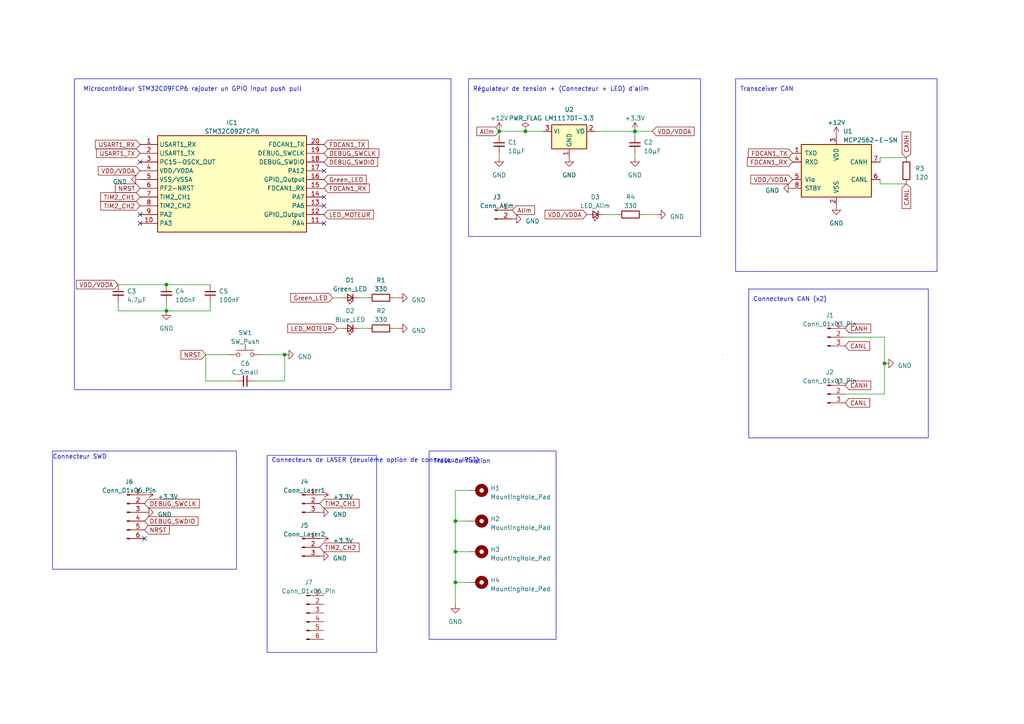
<source format=kicad_sch>
(kicad_sch (version 20230121) (generator eeschema)
  (paper "A4")
  (title_block (title "PROJET_CONCEPTION_ODOMETRE") (date "2026-02-10") (rev "1.0") (company "ENSEA"))
  (lib_symbols
    (symbol "Connector:Conn_01x02_Pin" (pin_names (offset 1.016) hide)
      (property "Reference" "J" (at 0 2.54 0))
      (property "Value" "Conn_01x02_Pin" (at 0 -5.08 0))
      (symbol "Conn_01x02_Pin_1_1"
        (polyline (pts (xy 1.27 -2.54) (xy 0.8636 -2.54)) (stroke (width 0.1524)))
        (polyline (pts (xy 1.27 0) (xy 0.8636 0)) (stroke (width 0.1524)))
        (rectangle (start 0.8636 -2.413) (end 0 -2.667) (stroke (width 0.1524)) (fill (type outline)))
        (rectangle (start 0.8636 0.127) (end 0 -0.127) (stroke (width 0.1524)) (fill (type outline)))
        (pin passive line (at 5.08 0 180) (length 3.81) (name "Pin_1") (number "1"))
        (pin passive line (at 5.08 -2.54 180) (length 3.81) (name "Pin_2") (number "2"))
      )
    )
    (symbol "Connector:Conn_01x03_Pin" (pin_names (offset 1.016) hide)
      (property "Reference" "J" (at 0 5.08 0))
      (property "Value" "Conn_01x03_Pin" (at 0 -5.08 0))
      (symbol "Conn_01x03_Pin_1_1"
        (polyline (pts (xy 1.27 -2.54) (xy 0.8636 -2.54)) (stroke (width 0.1524)))
        (polyline (pts (xy 1.27 0) (xy 0.8636 0)) (stroke (width 0.1524)))
        (polyline (pts (xy 1.27 2.54) (xy 0.8636 2.54)) (stroke (width 0.1524)))
        (rectangle (start 0.8636 -2.413) (end 0 -2.667) (stroke (width 0.1524)) (fill (type outline)))
        (rectangle (start 0.8636 0.127) (end 0 -0.127) (stroke (width 0.1524)) (fill (type outline)))
        (rectangle (start 0.8636 2.667) (end 0 2.413) (stroke (width 0.1524)) (fill (type outline)))
        (pin passive line (at 5.08 2.54 180) (length 3.81) (name "Pin_1") (number "1"))
        (pin passive line (at 5.08 0 180) (length 3.81) (name "Pin_2") (number "2"))
        (pin passive line (at 5.08 -2.54 180) (length 3.81) (name "Pin_3") (number "3"))
      )
    )
    (symbol "Connector:Conn_01x06_Pin" (pin_names (offset 1.016) hide)
      (property "Reference" "J" (at 0 7.62 0))
      (property "Value" "Conn_01x06_Pin" (at 0 -10.16 0))
      (symbol "Conn_01x06_Pin_1_1"
        (polyline (pts (xy 1.27 -7.62) (xy 0.8636 -7.62)) (stroke (width 0.1524)))
        (polyline (pts (xy 1.27 -5.08) (xy 0.8636 -5.08)) (stroke (width 0.1524)))
        (polyline (pts (xy 1.27 -2.54) (xy 0.8636 -2.54)) (stroke (width 0.1524)))
        (polyline (pts (xy 1.27 0) (xy 0.8636 0)) (stroke (width 0.1524)))
        (polyline (pts (xy 1.27 2.54) (xy 0.8636 2.54)) (stroke (width 0.1524)))
        (polyline (pts (xy 1.27 5.08) (xy 0.8636 5.08)) (stroke (width 0.1524)))
        (rectangle (start 0.8636 -7.493) (end 0 -7.747) (stroke (width 0.1524)) (fill (type outline)))
        (rectangle (start 0.8636 -4.953) (end 0 -5.207) (stroke (width 0.1524)) (fill (type outline)))
        (rectangle (start 0.8636 -2.413) (end 0 -2.667) (stroke (width 0.1524)) (fill (type outline)))
        (rectangle (start 0.8636 0.127) (end 0 -0.127) (stroke (width 0.1524)) (fill (type outline)))
        (rectangle (start 0.8636 2.667) (end 0 2.413) (stroke (width 0.1524)) (fill (type outline)))
        (rectangle (start 0.8636 5.207) (end 0 4.953) (stroke (width 0.1524)) (fill (type outline)))
        (pin passive line (at 5.08 5.08 180) (length 3.81) (name "Pin_1") (number "1"))
        (pin passive line (at 5.08 2.54 180) (length 3.81) (name "Pin_2") (number "2"))
        (pin passive line (at 5.08 0 180) (length 3.81) (name "Pin_3") (number "3"))
        (pin passive line (at 5.08 -2.54 180) (length 3.81) (name "Pin_4") (number "4"))
        (pin passive line (at 5.08 -5.08 180) (length 3.81) (name "Pin_5") (number "5"))
        (pin passive line (at 5.08 -7.62 180) (length 3.81) (name "Pin_6") (number "6"))
      )
    )
    (symbol "Device:C_Small" (pin_numbers hide) (pin_names (offset 0.254) hide)
      (property "Reference" "C" (at 0.254 1.778 0))
      (property "Value" "C_Small" (at 0.254 -2.032 0))
      (symbol "C_Small_0_1"
        (polyline (pts (xy -1.524 -0.508) (xy 1.524 -0.508)) (stroke (width 0.3302)))
        (polyline (pts (xy -1.524 0.508) (xy 1.524 0.508)) (stroke (width 0.3048)))
      )
      (symbol "C_Small_1_1"
        (pin passive line (at 0 2.54 270) (length 2.032) (name "~") (number "1"))
        (pin passive line (at 0 -2.54 90) (length 2.032) (name "~") (number "2"))
      )
    )
    (symbol "Device:LED_Small" (pin_numbers hide) (pin_names (offset 0.254) hide)
      (property "Reference" "D" (at -1.27 3.175 0))
      (property "Value" "LED_Small" (at -4.445 -2.54 0))
      (symbol "LED_Small_0_1"
        (polyline (pts (xy -0.762 -1.016) (xy -0.762 1.016)) (stroke (width 0.254)))
        (polyline (pts (xy 1.016 0) (xy -0.762 0)))
        (polyline (pts (xy 0.762 -1.016) (xy -0.762 0) (xy 0.762 1.016) (xy 0.762 -1.016)) (stroke (width 0.254)))
        (polyline (pts (xy 0 0.762) (xy -0.508 1.27) (xy -0.254 1.27) (xy -0.508 1.27) (xy -0.508 1.016)))
        (polyline (pts (xy 0.508 1.27) (xy 0 1.778) (xy 0.254 1.778) (xy 0 1.778) (xy 0 1.524)))
      )
      (symbol "LED_Small_1_1"
        (pin passive line (at -2.54 0 0) (length 1.778) (name "K") (number "1"))
        (pin passive line (at 2.54 0 180) (length 1.778) (name "A") (number "2"))
      )
    )
    (symbol "Device:R" (pin_numbers hide) (pin_names (offset 0))
      (property "Reference" "R" (at 2.032 0 90))
      (property "Value" "R" (at 0 0 90))
      (symbol "R_0_1"
        (rectangle (start -1.016 -2.54) (end 1.016 2.54) (stroke (width 0.254)))
      )
      (symbol "R_1_1"
        (pin passive line (at 0 3.81 270) (length 1.27) (name "~") (number "1"))
        (pin passive line (at 0 -3.81 90) (length 1.27) (name "~") (number "2"))
      )
    )
    (symbol "Interface_CAN_LIN:MCP2562-E-SN" (pin_names (offset 1.016))
      (property "Reference" "U" (at -10.16 8.89 0))
      (property "Value" "MCP2562-E-SN" (at 2.54 8.89 0))
      (symbol "MCP2562-E-SN_0_1"
        (rectangle (start -10.16 7.62) (end 10.16 -7.62) (stroke (width 0.254)) (fill (type background)))
      )
      (symbol "MCP2562-E-SN_1_1"
        (pin input line (at -12.7 5.08 0) (length 2.54) (name "TXD") (number "1"))
        (pin power_in line (at 0 -10.16 90) (length 2.54) (name "VSS") (number "2"))
        (pin power_in line (at 0 10.16 270) (length 2.54) (name "VDD") (number "3"))
        (pin output line (at -12.7 2.54 0) (length 2.54) (name "RXD") (number "4"))
        (pin power_in line (at -12.7 -2.54 0) (length 2.54) (name "Vio") (number "5"))
        (pin bidirectional line (at 12.7 -2.54 180) (length 2.54) (name "CANL") (number "6"))
        (pin bidirectional line (at 12.7 2.54 180) (length 2.54) (name "CANH") (number "7"))
        (pin input line (at -12.7 -5.08 0) (length 2.54) (name "STBY") (number "8"))
      )
    )
    (symbol "Mechanical:MountingHole_Pad" (pin_numbers hide) (pin_names (offset 1.016) hide)
      (property "Reference" "H" (at 0 6.35 0))
      (property "Value" "MountingHole_Pad" (at 0 4.445 0))
      (symbol "MountingHole_Pad_0_1"
        (circle (center 0 1.27) (radius 1.27) (stroke (width 1.27)))
      )
      (symbol "MountingHole_Pad_1_1"
        (pin input line (at 0 -2.54 90) (length 2.54) (name "1") (number "1"))
      )
    )
    (symbol "Regulator_Linear:LM1117DT-3.3"
      (property "Reference" "U" (at -3.81 3.175 0))
      (property "Value" "LM1117DT-3.3" (at 0 3.175 0))
      (symbol "LM1117DT-3.3_0_1"
        (rectangle (start -5.08 -5.08) (end 5.08 1.905) (stroke (width 0.254)) (fill (type background)))
      )
      (symbol "LM1117DT-3.3_1_1"
        (pin power_in line (at 0 -7.62 90) (length 2.54) (name "GND") (number "1"))
        (pin power_out line (at 7.62 0 180) (length 2.54) (name "VO") (number "2"))
        (pin power_in line (at -7.62 0 0) (length 2.54) (name "VI") (number "3"))
      )
    )
    (symbol "STM32C092FCP6:STM32C092FCP6"
      (property "Reference" "IC1" (at 26.67 6.35 0))
      (property "Value" "STM32C092FCP6" (at 26.67 3.81 0))
      (symbol "STM32C092FCP6_1_1"
        (rectangle (start 5.08 2.54) (end 48.26 -25.4) (stroke (width 0.254)) (fill (type background)))
        (pin passive line (at 0 0 0) (length 5.08) (name "USART1_RX") (number "1"))
        (pin passive line (at 0 -22.86 0) (length 5.08) (name "PA3") (number "10"))
        (pin passive line (at 53.34 -22.86 180) (length 5.08) (name "PA4") (number "11"))
        (pin passive line (at 53.34 -20.32 180) (length 5.08) (name "GPIO_Output") (number "12"))
        (pin passive line (at 53.34 -17.78 180) (length 5.08) (name "PA6") (number "13"))
        (pin passive line (at 53.34 -15.24 180) (length 5.08) (name "PA7") (number "14"))
        (pin passive line (at 53.34 -12.7 180) (length 5.08) (name "FDCAN1_RX") (number "15"))
        (pin passive line (at 53.34 -10.16 180) (length 5.08) (name "GPIO_Output") (number "16"))
        (pin passive line (at 53.34 -7.62 180) (length 5.08) (name "PA12") (number "17"))
        (pin passive line (at 53.34 -5.08 180) (length 5.08) (name "DEBUG_SWDIO") (number "18"))
        (pin passive line (at 53.34 -2.54 180) (length 5.08) (name "DEBUG_SWCLK") (number "19"))
        (pin passive line (at 0 -2.54 0) (length 5.08) (name "USART1_TX") (number "2"))
        (pin passive line (at 53.34 0 180) (length 5.08) (name "FDCAN1_TX") (number "20"))
        (pin passive line (at 0 -5.08 0) (length 5.08) (name "PC15-OSCX_OUT") (number "3"))
        (pin passive line (at 0 -7.62 0) (length 5.08) (name "VDD/VDDA") (number "4"))
        (pin passive line (at 0 -10.16 0) (length 5.08) (name "VSS/VSSA") (number "5"))
        (pin passive line (at 0 -12.7 0) (length 5.08) (name "PF2-NRST") (number "6"))
        (pin passive line (at 0 -15.24 0) (length 5.08) (name "TIM2_CH1") (number "7"))
        (pin passive line (at 0 -17.78 0) (length 5.08) (name "TIM2_CH2") (number "8"))
        (pin passive line (at 0 -20.32 0) (length 5.08) (name "PA2") (number "9"))
      )
    )
    (symbol "Switch:SW_Push" (pin_numbers hide) (pin_names (offset 1.016) hide)
      (property "Reference" "SW" (at 1.27 2.54 0))
      (property "Value" "SW_Push" (at 0 -1.524 0))
      (symbol "SW_Push_0_1"
        (circle (center -2.032 0) (radius 0.508))
        (polyline (pts (xy 0 1.27) (xy 0 3.048)))
        (polyline (pts (xy 2.54 1.27) (xy -2.54 1.27)))
        (circle (center 2.032 0) (radius 0.508))
        (pin passive line (at -5.08 0 0) (length 2.54) (name "1") (number "1"))
        (pin passive line (at 5.08 0 180) (length 2.54) (name "2") (number "2"))
      )
    )
    (symbol "power:+12V" (power) (pin_names (offset 0))
      (property "Value" "+12V" (at 0 3.556 0))
      (symbol "+12V_0_1"
        (polyline (pts (xy -0.762 1.27) (xy 0 2.54)))
        (polyline (pts (xy 0 0) (xy 0 2.54)))
        (polyline (pts (xy 0 2.54) (xy 0.762 1.27)))
      )
      (symbol "+12V_1_1"
        (pin power_in line (at 0 0 90) (length 0) hide (name "+12V") (number "1"))
      )
    )
    (symbol "power:+3.3V" (power) (pin_names (offset 0))
      (property "Value" "+3.3V" (at 0 3.556 0))
      (symbol "+3.3V_0_1"
        (polyline (pts (xy -0.762 1.27) (xy 0 2.54)))
        (polyline (pts (xy 0 0) (xy 0 2.54)))
        (polyline (pts (xy 0 2.54) (xy 0.762 1.27)))
      )
      (symbol "+3.3V_1_1"
        (pin power_in line (at 0 0 90) (length 0) hide (name "+3.3V") (number "1"))
      )
    )
    (symbol "power:GND" (power) (pin_names (offset 0))
      (property "Value" "GND" (at 0 -3.81 0))
      (symbol "GND_0_1"
        (polyline (pts (xy 0 0) (xy 0 -1.27) (xy 1.27 -1.27) (xy 0 -2.54) (xy -1.27 -1.27) (xy 0 -1.27)))
      )
      (symbol "GND_1_1"
        (pin power_in line (at 0 0 270) (length 0) hide (name "GND") (number "1"))
      )
    )
    (symbol "power:PWR_FLAG" (power) (pin_numbers hide) (pin_names (offset 0) hide)
      (property "Value" "PWR_FLAG" (at 0 3.81 0))
      (symbol "PWR_FLAG_0_0"
        (pin power_out line (at 0 0 90) (length 0) (name "pwr") (number "1"))
      )
      (symbol "PWR_FLAG_0_1"
        (polyline (pts (xy 0 0) (xy 0 1.27) (xy -1.016 1.905) (xy 0 2.54) (xy 1.016 1.905) (xy 0 1.27)))
      )
    )
  )
  (junction (at 48.26 82.55))
  (junction (at 132.08 151.13))
  (junction (at 132.08 168.91))
  (junction (at 184.15 38.1))
  (junction (at 48.26 90.17))
  (junction (at 82.55 102.87))
  (junction (at 132.08 160.02))
  (junction (at 256.54 105.41))
  (junction (at 144.78 38.1))
  (junction (at 152.4 38.1))
  (no_connect (at 93.98 57.15))
  (no_connect (at 93.98 64.77))
  (no_connect (at 93.98 59.69))
  (no_connect (at 41.91 156.21))
  (no_connect (at 40.64 62.23))
  (no_connect (at 93.98 49.53))
  (no_connect (at 40.64 64.77))
  (no_connect (at 40.64 46.99))
  (wire (pts (xy 255.27 45.72) (xy 262.89 45.72)))
  (wire (pts (xy 184.15 45.72) (xy 184.15 44.45)))
  (wire (pts (xy 104.14 95.25) (xy 106.68 95.25)))
  (wire (pts (xy 82.55 110.49) (xy 82.55 102.87)))
  (wire (pts (xy 132.08 151.13) (xy 132.08 160.02)))
  (wire (pts (xy 48.26 87.63) (xy 48.26 90.17)))
  (wire (pts (xy 132.08 160.02) (xy 132.08 168.91)))
  (wire (pts (xy 255.27 52.07) (xy 255.27 53.34)))
  (wire (pts (xy 172.72 38.1) (xy 184.15 38.1)))
  (wire (pts (xy 132.08 142.24) (xy 132.08 151.13)))
  (wire (pts (xy 59.69 102.87) (xy 59.69 110.49)))
  (wire (pts (xy 60.96 87.63) (xy 60.96 90.17)))
  (wire (pts (xy 48.26 90.17) (xy 60.96 90.17)))
  (wire (pts (xy 256.54 114.3) (xy 245.11 114.3)))
  (wire (pts (xy 135.89 142.24) (xy 132.08 142.24)))
  (wire (pts (xy 256.54 105.41) (xy 256.54 114.3)))
  (wire (pts (xy 132.08 151.13) (xy 135.89 151.13)))
  (wire (pts (xy 104.14 86.36) (xy 106.68 86.36)))
  (wire (pts (xy 59.69 110.49) (xy 68.58 110.49)))
  (wire (pts (xy 189.23 38.1) (xy 184.15 38.1)))
  (wire (pts (xy 114.3 95.25) (xy 115.57 95.25)))
  (wire (pts (xy 132.08 168.91) (xy 132.08 175.26)))
  (wire (pts (xy 34.29 87.63) (xy 34.29 90.17)))
  (wire (pts (xy 144.78 38.1) (xy 144.78 39.37)))
  (wire (pts (xy 152.4 38.1) (xy 157.48 38.1)))
  (wire (pts (xy 73.66 110.49) (xy 82.55 110.49)))
  (wire (pts (xy 48.26 82.55) (xy 60.96 82.55)))
  (wire (pts (xy 256.54 97.79) (xy 256.54 105.41)))
  (wire (pts (xy 114.3 86.36) (xy 115.57 86.36)))
  (wire (pts (xy 34.29 82.55) (xy 48.26 82.55)))
  (wire (pts (xy 132.08 160.02) (xy 135.89 160.02)))
  (wire (pts (xy 255.27 53.34) (xy 262.89 53.34)))
  (wire (pts (xy 34.29 90.17) (xy 48.26 90.17)))
  (wire (pts (xy 144.78 38.1) (xy 152.4 38.1)))
  (wire (pts (xy 175.26 62.23) (xy 179.07 62.23)))
  (wire (pts (xy 255.27 46.99) (xy 255.27 45.72)))
  (wire (pts (xy 96.52 86.36) (xy 99.06 86.36)))
  (wire (pts (xy 66.04 102.87) (xy 59.69 102.87)))
  (wire (pts (xy 144.78 44.45) (xy 144.78 45.72)))
  (wire (pts (xy 132.08 168.91) (xy 135.89 168.91)))
  (wire (pts (xy 245.11 97.79) (xy 256.54 97.79)))
  (wire (pts (xy 186.69 62.23) (xy 190.5 62.23)))
  (wire (pts (xy 82.55 102.87) (xy 76.2 102.87)))
  (wire (pts (xy 97.79 95.25) (xy 99.06 95.25)))
  (wire (pts (xy 184.15 38.1) (xy 184.15 39.37)))
  (rectangle (start 217.17 83.82) (end 269.24 127))
  (rectangle (start 21.59 22.86) (end 130.81 113.03))
  (rectangle (start 15.24 130.81) (end 68.58 165.1))
  (rectangle (start 147.32 22.86) (end 147.32 22.86))
  (rectangle (start 124.46 130.81) (end 161.29 185.42))
  (rectangle (start 135.89 22.86) (end 203.2 68.58))
  (rectangle (start 213.36 22.86) (end 271.78 78.74))
  (rectangle (start 209.55 102.87) (end 209.55 102.87))
  (rectangle (start 77.47 132.08) (end 109.22 189.23))
  (text "Transceiver CAN\n" (at 214.63 26.67 0) (effects (font (size 1.27 1.27)) (justify left bottom)))
  (text "Connecteurs CAN (x2)\n" (at 218.44 87.63 0) (effects (font (size 1.27 1.27)) (justify left bottom)))
  (text "Connecteur SWD " (at 15.24 133.35 0) (effects (font (size 1.27 1.27)) (justify left bottom)))
  (text "Connecteurs de LASER (deuxième option de connecteur JRST)\n\n\n" (at 78.74 138.43 0) (effects (font (size 1.27 1.27)) (justify left bottom)))
  (text "Régulateur de tension + (Connecteur + LED) d'alim" (at 137.16 26.67 0) (effects (font (size 1.27 1.27)) (justify left bottom)))
  (text "Microcontrôleur STM32C09FCP6 rajouter un GPIO input push pull\n" (at 24.13 26.67 0) (effects (font (size 1.27 1.27)) (justify left bottom)))
  (text "Trous de fixation\n" (at 125.73 134.62 0) (effects (font (size 1.27 1.27)) (justify left bottom)))
  (global_label "FDCAN1_RX" (shape input) (at 229.87 46.99 180) (property "Intersheetrefs" "${INTERSHEET_REFS}" (effects hide)))
  (global_label "Alim" (shape input) (at 148.59 60.96 0) (property "Intersheetrefs" "${INTERSHEET_REFS}" (effects hide)))
  (global_label "USART1_RX" (shape input) (at 40.64 41.91 180) (property "Intersheetrefs" "${INTERSHEET_REFS}" (effects hide)))
  (global_label "DEBUG_SWCLK" (shape input) (at 41.91 146.05 0) (property "Intersheetrefs" "${INTERSHEET_REFS}" (effects hide)))
  (global_label "Green_LED" (shape input) (at 96.52 86.36 180) (property "Intersheetrefs" "${INTERSHEET_REFS}" (effects hide)))
  (global_label "TIM2_CH2" (shape input) (at 92.71 158.75 0) (property "Intersheetrefs" "${INTERSHEET_REFS}" (effects hide)))
  (global_label "LED_MOTEUR" (shape input) (at 97.79 95.25 180) (property "Intersheetrefs" "${INTERSHEET_REFS}" (effects hide)))
  (global_label "TIM2_CH1" (shape input) (at 40.64 57.15 180) (property "Intersheetrefs" "${INTERSHEET_REFS}" (effects hide)))
  (global_label "FDCAN1_RX" (shape input) (at 93.98 54.61 0) (property "Intersheetrefs" "${INTERSHEET_REFS}" (effects hide)))
  (global_label "CANH" (shape input) (at 262.89 45.72 90) (property "Intersheetrefs" "${INTERSHEET_REFS}" (effects hide)))
  (global_label "Green_LED" (shape input) (at 93.98 52.07 0) (property "Intersheetrefs" "${INTERSHEET_REFS}" (effects hide)))
  (global_label "FDCAN1_TX" (shape input) (at 229.87 44.45 180) (property "Intersheetrefs" "${INTERSHEET_REFS}" (effects hide)))
  (global_label "VDD{slash}VDDA" (shape input) (at 189.23 38.1 0) (property "Intersheetrefs" "${INTERSHEET_REFS}" (effects hide)))
  (global_label "CANL" (shape input) (at 245.11 116.84 0) (property "Intersheetrefs" "${INTERSHEET_REFS}" (effects hide)))
  (global_label "VDD{slash}VDDA" (shape input) (at 34.29 82.55 180) (property "Intersheetrefs" "${INTERSHEET_REFS}" (effects hide)))
  (global_label "CANH" (shape input) (at 245.11 111.76 0) (property "Intersheetrefs" "${INTERSHEET_REFS}" (effects hide)))
  (global_label "VDD{slash}VDDA" (shape input) (at 40.64 49.53 180) (property "Intersheetrefs" "${INTERSHEET_REFS}" (effects hide)))
  (global_label "TIM2_CH2" (shape input) (at 40.64 59.69 180) (property "Intersheetrefs" "${INTERSHEET_REFS}" (effects hide)))
  (global_label "NRST" (shape input) (at 59.69 102.87 180) (property "Intersheetrefs" "${INTERSHEET_REFS}" (effects hide)))
  (global_label "NRST" (shape input) (at 41.91 153.67 0) (property "Intersheetrefs" "${INTERSHEET_REFS}" (effects hide)))
  (global_label "VDD{slash}VDDA" (shape input) (at 229.87 52.07 180) (property "Intersheetrefs" "${INTERSHEET_REFS}" (effects hide)))
  (global_label "DEBUG_SWCLK" (shape input) (at 93.98 44.45 0) (property "Intersheetrefs" "${INTERSHEET_REFS}" (effects hide)))
  (global_label "CANL" (shape input) (at 262.89 53.34 270) (property "Intersheetrefs" "${INTERSHEET_REFS}" (effects hide)))
  (global_label "CANH" (shape input) (at 245.11 95.25 0) (property "Intersheetrefs" "${INTERSHEET_REFS}" (effects hide)))
  (global_label "Alim" (shape input) (at 144.78 38.1 180) (property "Intersheetrefs" "${INTERSHEET_REFS}" (effects hide)))
  (global_label "NRST" (shape input) (at 40.64 54.61 180) (property "Intersheetrefs" "${INTERSHEET_REFS}" (effects hide)))
  (global_label "TIM2_CH1" (shape input) (at 92.71 146.05 0) (property "Intersheetrefs" "${INTERSHEET_REFS}" (effects hide)))
  (global_label "LED_MOTEUR" (shape input) (at 93.98 62.23 0) (property "Intersheetrefs" "${INTERSHEET_REFS}" (effects hide)))
  (global_label "FDCAN1_TX" (shape input) (at 93.98 41.91 0) (property "Intersheetrefs" "${INTERSHEET_REFS}" (effects hide)))
  (global_label "USART1_TX" (shape input) (at 40.64 44.45 180) (property "Intersheetrefs" "${INTERSHEET_REFS}" (effects hide)))
  (global_label "DEBUG_SWDIO" (shape input) (at 93.98 46.99 0) (property "Intersheetrefs" "${INTERSHEET_REFS}" (effects hide)))
  (global_label "CANL" (shape input) (at 245.11 100.33 0) (property "Intersheetrefs" "${INTERSHEET_REFS}" (effects hide)))
  (global_label "DEBUG_SWDIO" (shape input) (at 41.91 151.13 0) (property "Intersheetrefs" "${INTERSHEET_REFS}" (effects hide)))
  (global_label "VDD{slash}VDDA" (shape input) (at 170.18 62.23 180) (property "Intersheetrefs" "${INTERSHEET_REFS}" (effects hide)))
  (symbol (lib_id "Device:C_Small") (at 48.26 85.09 0) (unit 1)
    (property "Reference" "C4" (at 50.8 84.4613 0) (effects (justify left)))
    (property "Value" "100nF" (at 50.8 87.0013 0) (effects (justify left)))
    (property "Footprint" "Capacitor_SMD:C_0805_2012Metric_Pad1.18x1.45mm_HandSolder" (effects hide))
  )
  (symbol (lib_id "Device:R") (at 182.88 62.23 90) (unit 1)
    (property "Reference" "R4" (at 182.88 57.15 90))
    (property "Value" "330" (at 182.88 59.69 90))
  )
  (symbol (lib_id "power:+3.3V") (at 92.71 143.51 270) (unit 1)
    (property "Reference" "#PWR017" (effects hide))
    (property "Value" "+3.3V" (at 96.52 144.145 90) (effects (justify left)))
  )
  (symbol (lib_id "power:+3.3V") (at 41.91 143.51 270) (unit 1)
    (property "Reference" "#PWR012" (effects hide))
    (property "Value" "+3.3V" (at 45.72 144.145 90) (effects (justify left)))
  )
  (symbol (lib_id "power:GND") (at 184.15 45.72 0) (unit 1)
    (property "Reference" "#PWR024" (effects hide))
    (property "Value" "GND" (at 184.15 50.8 0))
  )
  (symbol (lib_id "Device:R") (at 262.89 49.53 0) (unit 1)
    (property "Reference" "R3" (at 265.43 48.895 0) (effects (justify left)))
    (property "Value" "120" (at 265.43 51.435 0) (effects (justify left)))
    (property "Footprint" "Resistor_SMD:R_0603_1608Metric_Pad0.98x0.95mm_HandSolder" (effects hide))
  )
  (symbol (lib_id "Connector:Conn_01x03_Pin") (at 87.63 146.05 0) (unit 1)
    (property "Reference" "J4" (at 88.265 139.7 0))
    (property "Value" "Conn_Laser1" (at 88.265 142.24 0))
  )
  (symbol (lib_id "power:GND") (at 144.78 45.72 0) (unit 1)
    (property "Reference" "#PWR014" (effects hide))
    (property "Value" "GND" (at 144.78 50.8 0))
  )
  (symbol (lib_id "Device:C_Small") (at 184.15 41.91 0) (unit 1)
    (property "Reference" "C2" (at 186.69 41.2813 0) (effects (justify left)))
    (property "Value" "10µF" (at 186.69 43.8213 0) (effects (justify left)))
    (property "Footprint" "Capacitor_SMD:C_0805_2012Metric_Pad1.18x1.45mm_HandSolder" (effects hide))
  )
  (symbol (lib_id "Interface_CAN_LIN:MCP2562-E-SN") (at 242.57 49.53 0) (unit 1)
    (property "Reference" "U1" (at 244.5259 38.1 0) (effects (justify left)))
    (property "Value" "MCP2562-E-SN" (at 244.5259 40.64 0) (effects (justify left)))
    (property "Footprint" "Package_SO:SOIC-8_3.9x4.9mm_P1.27mm" (effects hide))
    (property "Datasheet" "http://ww1.microchip.com/downloads/en/DeviceDoc/25167A.pdf" (effects hide))
  )
  (symbol (lib_id "Device:R") (at 110.49 86.36 90) (unit 1)
    (property "Reference" "R1" (at 110.49 81.28 90))
    (property "Value" "330" (at 110.49 83.82 90))
    (property "Footprint" "Resistor_SMD:R_0603_1608Metric_Pad0.98x0.95mm_HandSolder" (effects hide))
  )
  (symbol (lib_id "Mechanical:MountingHole_Pad") (at 138.43 151.13 270) (unit 1)
    (property "Reference" "H2" (at 142.24 150.495 90) (effects (justify left)))
    (property "Value" "MountingHole_Pad" (at 142.24 153.035 90) (effects (justify left)))
    (property "Footprint" "MountingHole:MountingHole_3.2mm_M3_DIN965_Pad" (effects hide))
  )
  (symbol (lib_id "power:+3.3V") (at 184.15 38.1 0) (unit 1)
    (property "Reference" "#PWR03" (effects hide))
    (property "Value" "+3.3V" (at 184.15 34.29 0))
  )
  (symbol (lib_id "Device:C_Small") (at 71.12 110.49 270) (unit 1)
    (property "Reference" "C6" (at 71.1136 105.41 90))
    (property "Value" "C_Small" (at 71.1136 107.95 90))
    (property "Footprint" "Capacitor_SMD:C_0805_2012Metric_Pad1.18x1.45mm_HandSolder" (effects hide))
  )
  (symbol (lib_id "power:GND") (at 92.71 148.59 90) (unit 1)
    (property "Reference" "#PWR018" (effects hide))
    (property "Value" "GND" (at 96.52 149.225 90) (effects (justify right)))
  )
  (symbol (lib_id "power:GND") (at 256.54 105.41 90) (unit 1)
    (property "Reference" "#PWR022" (effects hide))
    (property "Value" "GND" (at 260.35 106.045 90) (effects (justify right)))
  )
  (symbol (lib_id "Regulator_Linear:LM1117DT-3.3") (at 165.1 38.1 0) (unit 1)
    (property "Reference" "U2" (at 165.1 31.75 0))
    (property "Value" "LM1117DT-3.3" (at 165.1 34.29 0))
    (property "Footprint" "Package_TO_SOT_SMD:TO-252-3_TabPin2" (effects hide))
    (property "Datasheet" "http://www.ti.com/lit/ds/symlink/lm1117.pdf" (effects hide))
  )
  (symbol (lib_id "power:GND") (at 48.26 90.17 0) (unit 1)
    (property "Reference" "#PWR06" (effects hide))
    (property "Value" "GND" (at 48.26 95.25 0))
  )
  (symbol (lib_id "power:+12V") (at 144.78 38.1 0) (unit 1)
    (property "Reference" "#PWR05" (effects hide))
    (property "Value" "+12V" (at 144.78 34.29 0))
  )
  (symbol (lib_id "power:+3.3V") (at 92.71 156.21 270) (unit 1)
    (property "Reference" "#PWR020" (effects hide))
    (property "Value" "+3.3V" (at 96.52 156.845 90) (effects (justify left)))
  )
  (symbol (lib_id "power:GND") (at 190.5 62.23 90) (unit 1)
    (property "Reference" "#PWR011" (effects hide))
    (property "Value" "GND" (at 194.31 62.865 90) (effects (justify right)))
  )
  (symbol (lib_id "power:GND") (at 41.91 148.59 90) (unit 1)
    (property "Reference" "#PWR013" (effects hide))
    (property "Value" "GND" (at 45.72 149.225 90) (effects (justify right)))
  )
  (symbol (lib_id "Connector:Conn_01x03_Pin") (at 87.63 158.75 0) (unit 1)
    (property "Reference" "J5" (at 88.265 152.4 0))
    (property "Value" "Conn_Laser2" (at 88.265 154.94 0))
  )
  (symbol (lib_id "Device:C_Small") (at 34.29 85.09 0) (unit 1)
    (property "Reference" "C3" (at 36.83 84.4613 0) (effects (justify left)))
    (property "Value" "4.7µF" (at 36.83 87.0013 0) (effects (justify left)))
    (property "Footprint" "Capacitor_SMD:C_0805_2012Metric_Pad1.18x1.45mm_HandSolder" (effects hide))
  )
  (symbol (lib_id "power:GND") (at 148.59 63.5 90) (unit 1)
    (property "Reference" "#PWR019" (effects hide))
    (property "Value" "GND" (at 152.4 64.135 90) (effects (justify right)))
  )
  (symbol (lib_id "Device:LED_Small") (at 172.72 62.23 180) (unit 1)
    (property "Reference" "D3" (at 172.6565 57.15 0))
    (property "Value" "LED_Alim" (at 172.6565 59.69 0))
  )
  (symbol (lib_id "power:GND") (at 242.57 59.69 0) (unit 1)
    (property "Reference" "#PWR016" (effects hide))
    (property "Value" "GND" (at 242.57 64.77 0))
  )
  (symbol (lib_id "power:GND") (at 115.57 95.25 90) (unit 1)
    (property "Reference" "#PWR08" (effects hide))
    (property "Value" "GND" (at 119.38 95.885 90) (effects (justify right)))
  )
  (symbol (lib_id "Connector:Conn_01x03_Pin") (at 240.03 114.3 0) (unit 1)
    (property "Reference" "J2" (at 240.665 107.95 0))
    (property "Value" "Conn_01x03_Pin" (at 240.665 110.49 0))
  )
  (symbol (lib_id "power:GND") (at 132.08 175.26 0) (unit 1)
    (property "Reference" "#PWR01" (effects hide))
    (property "Value" "GND" (at 132.08 180.34 0))
  )
  (symbol (lib_id "power:GND") (at 115.57 86.36 90) (unit 1)
    (property "Reference" "#PWR02" (effects hide))
    (property "Value" "GND" (at 119.38 86.995 90) (effects (justify right)))
  )
  (symbol (lib_id "power:GND") (at 40.64 52.07 270) (unit 1)
    (property "Reference" "#PWR015" (effects hide))
    (property "Value" "GND" (at 36.83 52.705 90) (effects (justify right)))
  )
  (symbol (lib_id "Mechanical:MountingHole_Pad") (at 138.43 160.02 270) (unit 1)
    (property "Reference" "H3" (at 142.24 159.385 90) (effects (justify left)))
    (property "Value" "MountingHole_Pad" (at 142.24 161.925 90) (effects (justify left)))
    (property "Footprint" "MountingHole:MountingHole_3.2mm_M3_DIN965_Pad" (effects hide))
  )
  (symbol (lib_id "power:GND") (at 92.71 161.29 90) (unit 1)
    (property "Reference" "#PWR021" (effects hide))
    (property "Value" "GND" (at 96.52 161.925 90) (effects (justify right)))
  )
  (symbol (lib_id "power:GND") (at 82.55 102.87 90) (unit 1)
    (property "Reference" "#PWR07" (effects hide))
    (property "Value" "GND" (at 86.36 103.505 90) (effects (justify right)))
  )
  (symbol (lib_id "Mechanical:MountingHole_Pad") (at 138.43 142.24 270) (unit 1)
    (property "Reference" "H1" (at 142.24 141.605 90) (effects (justify left)))
    (property "Value" "MountingHole_Pad" (at 142.24 144.145 90) (effects (justify left)))
    (property "Footprint" "MountingHole:MountingHole_3.2mm_M3_DIN965_Pad" (effects hide))
  )
  (symbol (lib_id "Device:C_Small") (at 60.96 85.09 180) (unit 1)
    (property "Reference" "C5" (at 63.5 84.4486 0) (effects (justify right)))
    (property "Value" "100nF" (at 63.5 86.9886 0) (effects (justify right)))
    (property "Footprint" "Capacitor_SMD:C_0805_2012Metric_Pad1.18x1.45mm_HandSolder" (effects hide))
  )
  (symbol (lib_id "STM32C092FCP6:STM32C092FCP6") (at 40.64 41.91 0) (unit 1)
    (property "Reference" "IC1" (at 67.31 35.56 0))
    (property "Value" "STM32C092FCP6" (at 67.31 38.1 0))
    (property "Footprint" "Package_SO:TSSOP-20_4.4x6.5mm_P0.65mm" (effects hide))
    (property "Datasheet" "https://www.st.com/resource/en/datasheet/stm32c091cb.pdf" (effects hide))
    (property "Height" "1.2" (effects hide))
    (property "Manufacturer_Name" "STMicroelectronics" (effects hide))
    (property "Manufacturer_Part_Number" "STM32C092FCP6" (effects hide))
  )
  (symbol (lib_id "Device:LED_Small") (at 101.6 86.36 180) (unit 1)
    (property "Reference" "D1" (at 101.5365 81.28 0))
    (property "Value" "Green_LED" (at 101.5365 83.82 0))
    (property "Footprint" "Diode_SMD:D_0603_1608Metric_Pad1.05x0.95mm_HandSolder" (effects hide))
  )
  (symbol (lib_id "Connector:Conn_01x03_Pin") (at 240.03 97.79 0) (unit 1)
    (property "Reference" "J1" (at 240.665 91.44 0))
    (property "Value" "Conn_01x03_Pin" (at 240.665 93.98 0))
  )
  (symbol (lib_id "power:GND") (at 165.1 45.72 0) (unit 1)
    (property "Reference" "#PWR04" (effects hide))
    (property "Value" "GND" (at 165.1 50.8 0))
  )
  (symbol (lib_id "power:+12V") (at 242.57 39.37 0) (unit 1)
    (property "Reference" "#PWR09" (effects hide))
    (property "Value" "+12V" (at 242.57 35.56 0))
  )
  (symbol (lib_id "Switch:SW_Push") (at 71.12 102.87 0) (unit 1)
    (property "Reference" "SW1" (at 71.12 96.52 0))
    (property "Value" "SW_Push" (at 71.12 99.06 0))
    (property "Footprint" "Button_Switch_THT:SW_PUSH_6mm" (effects hide))
  )
  (symbol (lib_id "Connector:Conn_01x02_Pin") (at 143.51 60.96 0) (unit 1)
    (property "Reference" "J3" (at 144.145 57.15 0))
    (property "Value" "Conn_Alim" (at 144.145 59.69 0))
  )
  (symbol (lib_id "Device:LED_Small") (at 101.6 95.25 180) (unit 1)
    (property "Reference" "D2" (at 101.5365 90.17 0))
    (property "Value" "Blue_LED" (at 101.5365 92.71 0))
    (property "Footprint" "Diode_SMD:D_0603_1608Metric_Pad1.05x0.95mm_HandSolder" (effects hide))
  )
  (symbol (lib_id "Device:R") (at 110.49 95.25 90) (unit 1)
    (property "Reference" "R2" (at 110.49 90.17 90))
    (property "Value" "330" (at 110.49 92.71 90))
    (property "Footprint" "Resistor_SMD:R_0603_1608Metric_Pad0.98x0.95mm_HandSolder" (effects hide))
  )
  (symbol (lib_id "Connector:Conn_01x06_Pin") (at 36.83 148.59 0) (unit 1)
    (property "Reference" "J6" (at 37.465 139.7 0))
    (property "Value" "Conn_01x06_Pin" (at 37.465 142.24 0))
  )
  (symbol (lib_id "power:PWR_FLAG") (at 152.4 38.1 0) (unit 1)
    (property "Reference" "#FLG01" (effects hide))
    (property "Value" "PWR_FLAG" (at 152.4 34.29 0))
  )
  (symbol (lib_id "Connector:Conn_01x06_Pin") (at 88.9 177.8 0) (unit 1)
    (property "Reference" "J7" (at 89.535 168.91 0))
    (property "Value" "Conn_01x06_Pin" (at 89.535 171.45 0))
  )
  (symbol (lib_id "Mechanical:MountingHole_Pad") (at 138.43 168.91 270) (unit 1)
    (property "Reference" "H4" (at 142.24 168.275 90) (effects (justify left)))
    (property "Value" "MountingHole_Pad" (at 142.24 170.815 90) (effects (justify left)))
    (property "Footprint" "MountingHole:MountingHole_3.2mm_M3_DIN965_Pad" (effects hide))
  )
  (symbol (lib_id "power:GND") (at 229.87 54.61 270) (unit 1)
    (property "Reference" "#PWR010" (effects hide))
    (property "Value" "GND" (at 226.06 55.245 90) (effects (justify right)))
  )
  (symbol (lib_id "Device:C_Small") (at 144.78 41.91 0) (unit 1)
    (property "Reference" "C1" (at 147.32 41.2813 0) (effects (justify left)))
    (property "Value" "10µF" (at 147.32 43.8213 0) (effects (justify left)))
    (property "Footprint" "Capacitor_SMD:C_0805_2012Metric_Pad1.18x1.45mm_HandSolder" (effects hide))
  )
)
</source>
